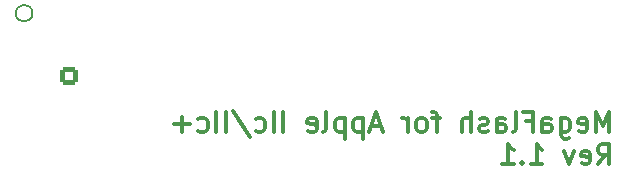
<source format=gbo>
G04 #@! TF.GenerationSoftware,KiCad,Pcbnew,9.0.3*
G04 #@! TF.CreationDate,2025-07-22T08:58:47+01:00*
G04 #@! TF.ProjectId,megaflash,6d656761-666c-4617-9368-2e6b69636164,rev?*
G04 #@! TF.SameCoordinates,Original*
G04 #@! TF.FileFunction,Legend,Bot*
G04 #@! TF.FilePolarity,Positive*
%FSLAX46Y46*%
G04 Gerber Fmt 4.6, Leading zero omitted, Abs format (unit mm)*
G04 Created by KiCad (PCBNEW 9.0.3) date 2025-07-22 08:58:47*
%MOMM*%
%LPD*%
G01*
G04 APERTURE LIST*
G04 Aperture macros list*
%AMRoundRect*
0 Rectangle with rounded corners*
0 $1 Rounding radius*
0 $2 $3 $4 $5 $6 $7 $8 $9 X,Y pos of 4 corners*
0 Add a 4 corners polygon primitive as box body*
4,1,4,$2,$3,$4,$5,$6,$7,$8,$9,$2,$3,0*
0 Add four circle primitives for the rounded corners*
1,1,$1+$1,$2,$3*
1,1,$1+$1,$4,$5*
1,1,$1+$1,$6,$7*
1,1,$1+$1,$8,$9*
0 Add four rect primitives between the rounded corners*
20,1,$1+$1,$2,$3,$4,$5,0*
20,1,$1+$1,$4,$5,$6,$7,0*
20,1,$1+$1,$6,$7,$8,$9,0*
20,1,$1+$1,$8,$9,$2,$3,0*%
G04 Aperture macros list end*
%ADD10C,0.150000*%
%ADD11C,0.300000*%
%ADD12RoundRect,0.250000X0.550000X0.550000X-0.550000X0.550000X-0.550000X-0.550000X0.550000X-0.550000X0*%
%ADD13C,1.600000*%
%ADD14RoundRect,0.249999X1.143249X0.371464X-0.371464X1.143249X-1.143249X-0.371464X0.371464X-1.143249X0*%
%ADD15C,2.200000*%
%ADD16RoundRect,0.250000X0.550000X-0.950000X0.550000X0.950000X-0.550000X0.950000X-0.550000X-0.950000X0*%
%ADD17O,1.600000X2.400000*%
%ADD18R,1.600000X1.600000*%
%ADD19O,1.800000X1.800000*%
%ADD20O,1.500000X1.500000*%
%ADD21R,1.700000X1.700000*%
%ADD22O,1.700000X1.700000*%
%ADD23C,2.700000*%
G04 APERTURE END LIST*
D10*
X70707107Y-96250000D02*
G75*
G02*
X69292893Y-96250000I-707107J0D01*
G01*
X69292893Y-96250000D02*
G75*
G02*
X70707107Y-96250000I707107J0D01*
G01*
D11*
X119547870Y-106294448D02*
X119547870Y-104594448D01*
X119547870Y-104594448D02*
X118981203Y-105808734D01*
X118981203Y-105808734D02*
X118414536Y-104594448D01*
X118414536Y-104594448D02*
X118414536Y-106294448D01*
X116957394Y-106213496D02*
X117119298Y-106294448D01*
X117119298Y-106294448D02*
X117443108Y-106294448D01*
X117443108Y-106294448D02*
X117605013Y-106213496D01*
X117605013Y-106213496D02*
X117685965Y-106051591D01*
X117685965Y-106051591D02*
X117685965Y-105403972D01*
X117685965Y-105403972D02*
X117605013Y-105242067D01*
X117605013Y-105242067D02*
X117443108Y-105161115D01*
X117443108Y-105161115D02*
X117119298Y-105161115D01*
X117119298Y-105161115D02*
X116957394Y-105242067D01*
X116957394Y-105242067D02*
X116876441Y-105403972D01*
X116876441Y-105403972D02*
X116876441Y-105565876D01*
X116876441Y-105565876D02*
X117685965Y-105727781D01*
X115419298Y-105161115D02*
X115419298Y-106537305D01*
X115419298Y-106537305D02*
X115500251Y-106699210D01*
X115500251Y-106699210D02*
X115581203Y-106780162D01*
X115581203Y-106780162D02*
X115743108Y-106861115D01*
X115743108Y-106861115D02*
X115985965Y-106861115D01*
X115985965Y-106861115D02*
X116147870Y-106780162D01*
X115419298Y-106213496D02*
X115581203Y-106294448D01*
X115581203Y-106294448D02*
X115905012Y-106294448D01*
X115905012Y-106294448D02*
X116066917Y-106213496D01*
X116066917Y-106213496D02*
X116147870Y-106132543D01*
X116147870Y-106132543D02*
X116228822Y-105970638D01*
X116228822Y-105970638D02*
X116228822Y-105484924D01*
X116228822Y-105484924D02*
X116147870Y-105323019D01*
X116147870Y-105323019D02*
X116066917Y-105242067D01*
X116066917Y-105242067D02*
X115905012Y-105161115D01*
X115905012Y-105161115D02*
X115581203Y-105161115D01*
X115581203Y-105161115D02*
X115419298Y-105242067D01*
X113881203Y-106294448D02*
X113881203Y-105403972D01*
X113881203Y-105403972D02*
X113962156Y-105242067D01*
X113962156Y-105242067D02*
X114124060Y-105161115D01*
X114124060Y-105161115D02*
X114447870Y-105161115D01*
X114447870Y-105161115D02*
X114609775Y-105242067D01*
X113881203Y-106213496D02*
X114043108Y-106294448D01*
X114043108Y-106294448D02*
X114447870Y-106294448D01*
X114447870Y-106294448D02*
X114609775Y-106213496D01*
X114609775Y-106213496D02*
X114690727Y-106051591D01*
X114690727Y-106051591D02*
X114690727Y-105889686D01*
X114690727Y-105889686D02*
X114609775Y-105727781D01*
X114609775Y-105727781D02*
X114447870Y-105646829D01*
X114447870Y-105646829D02*
X114043108Y-105646829D01*
X114043108Y-105646829D02*
X113881203Y-105565876D01*
X112505013Y-105403972D02*
X113071680Y-105403972D01*
X113071680Y-106294448D02*
X113071680Y-104594448D01*
X113071680Y-104594448D02*
X112262156Y-104594448D01*
X111371679Y-106294448D02*
X111533584Y-106213496D01*
X111533584Y-106213496D02*
X111614537Y-106051591D01*
X111614537Y-106051591D02*
X111614537Y-104594448D01*
X109995489Y-106294448D02*
X109995489Y-105403972D01*
X109995489Y-105403972D02*
X110076442Y-105242067D01*
X110076442Y-105242067D02*
X110238346Y-105161115D01*
X110238346Y-105161115D02*
X110562156Y-105161115D01*
X110562156Y-105161115D02*
X110724061Y-105242067D01*
X109995489Y-106213496D02*
X110157394Y-106294448D01*
X110157394Y-106294448D02*
X110562156Y-106294448D01*
X110562156Y-106294448D02*
X110724061Y-106213496D01*
X110724061Y-106213496D02*
X110805013Y-106051591D01*
X110805013Y-106051591D02*
X110805013Y-105889686D01*
X110805013Y-105889686D02*
X110724061Y-105727781D01*
X110724061Y-105727781D02*
X110562156Y-105646829D01*
X110562156Y-105646829D02*
X110157394Y-105646829D01*
X110157394Y-105646829D02*
X109995489Y-105565876D01*
X109266918Y-106213496D02*
X109105013Y-106294448D01*
X109105013Y-106294448D02*
X108781204Y-106294448D01*
X108781204Y-106294448D02*
X108619299Y-106213496D01*
X108619299Y-106213496D02*
X108538347Y-106051591D01*
X108538347Y-106051591D02*
X108538347Y-105970638D01*
X108538347Y-105970638D02*
X108619299Y-105808734D01*
X108619299Y-105808734D02*
X108781204Y-105727781D01*
X108781204Y-105727781D02*
X109024061Y-105727781D01*
X109024061Y-105727781D02*
X109185966Y-105646829D01*
X109185966Y-105646829D02*
X109266918Y-105484924D01*
X109266918Y-105484924D02*
X109266918Y-105403972D01*
X109266918Y-105403972D02*
X109185966Y-105242067D01*
X109185966Y-105242067D02*
X109024061Y-105161115D01*
X109024061Y-105161115D02*
X108781204Y-105161115D01*
X108781204Y-105161115D02*
X108619299Y-105242067D01*
X107809776Y-106294448D02*
X107809776Y-104594448D01*
X107081204Y-106294448D02*
X107081204Y-105403972D01*
X107081204Y-105403972D02*
X107162157Y-105242067D01*
X107162157Y-105242067D02*
X107324061Y-105161115D01*
X107324061Y-105161115D02*
X107566918Y-105161115D01*
X107566918Y-105161115D02*
X107728823Y-105242067D01*
X107728823Y-105242067D02*
X107809776Y-105323019D01*
X105219300Y-105161115D02*
X104571681Y-105161115D01*
X104976443Y-106294448D02*
X104976443Y-104837305D01*
X104976443Y-104837305D02*
X104895490Y-104675400D01*
X104895490Y-104675400D02*
X104733585Y-104594448D01*
X104733585Y-104594448D02*
X104571681Y-104594448D01*
X103762156Y-106294448D02*
X103924061Y-106213496D01*
X103924061Y-106213496D02*
X104005014Y-106132543D01*
X104005014Y-106132543D02*
X104085966Y-105970638D01*
X104085966Y-105970638D02*
X104085966Y-105484924D01*
X104085966Y-105484924D02*
X104005014Y-105323019D01*
X104005014Y-105323019D02*
X103924061Y-105242067D01*
X103924061Y-105242067D02*
X103762156Y-105161115D01*
X103762156Y-105161115D02*
X103519299Y-105161115D01*
X103519299Y-105161115D02*
X103357395Y-105242067D01*
X103357395Y-105242067D02*
X103276442Y-105323019D01*
X103276442Y-105323019D02*
X103195490Y-105484924D01*
X103195490Y-105484924D02*
X103195490Y-105970638D01*
X103195490Y-105970638D02*
X103276442Y-106132543D01*
X103276442Y-106132543D02*
X103357395Y-106213496D01*
X103357395Y-106213496D02*
X103519299Y-106294448D01*
X103519299Y-106294448D02*
X103762156Y-106294448D01*
X102466919Y-106294448D02*
X102466919Y-105161115D01*
X102466919Y-105484924D02*
X102385966Y-105323019D01*
X102385966Y-105323019D02*
X102305014Y-105242067D01*
X102305014Y-105242067D02*
X102143109Y-105161115D01*
X102143109Y-105161115D02*
X101981204Y-105161115D01*
X100200252Y-105808734D02*
X99390728Y-105808734D01*
X100362157Y-106294448D02*
X99795490Y-104594448D01*
X99795490Y-104594448D02*
X99228823Y-106294448D01*
X98662157Y-105161115D02*
X98662157Y-106861115D01*
X98662157Y-105242067D02*
X98500252Y-105161115D01*
X98500252Y-105161115D02*
X98176442Y-105161115D01*
X98176442Y-105161115D02*
X98014538Y-105242067D01*
X98014538Y-105242067D02*
X97933585Y-105323019D01*
X97933585Y-105323019D02*
X97852633Y-105484924D01*
X97852633Y-105484924D02*
X97852633Y-105970638D01*
X97852633Y-105970638D02*
X97933585Y-106132543D01*
X97933585Y-106132543D02*
X98014538Y-106213496D01*
X98014538Y-106213496D02*
X98176442Y-106294448D01*
X98176442Y-106294448D02*
X98500252Y-106294448D01*
X98500252Y-106294448D02*
X98662157Y-106213496D01*
X97124062Y-105161115D02*
X97124062Y-106861115D01*
X97124062Y-105242067D02*
X96962157Y-105161115D01*
X96962157Y-105161115D02*
X96638347Y-105161115D01*
X96638347Y-105161115D02*
X96476443Y-105242067D01*
X96476443Y-105242067D02*
X96395490Y-105323019D01*
X96395490Y-105323019D02*
X96314538Y-105484924D01*
X96314538Y-105484924D02*
X96314538Y-105970638D01*
X96314538Y-105970638D02*
X96395490Y-106132543D01*
X96395490Y-106132543D02*
X96476443Y-106213496D01*
X96476443Y-106213496D02*
X96638347Y-106294448D01*
X96638347Y-106294448D02*
X96962157Y-106294448D01*
X96962157Y-106294448D02*
X97124062Y-106213496D01*
X95343109Y-106294448D02*
X95505014Y-106213496D01*
X95505014Y-106213496D02*
X95585967Y-106051591D01*
X95585967Y-106051591D02*
X95585967Y-104594448D01*
X94047872Y-106213496D02*
X94209776Y-106294448D01*
X94209776Y-106294448D02*
X94533586Y-106294448D01*
X94533586Y-106294448D02*
X94695491Y-106213496D01*
X94695491Y-106213496D02*
X94776443Y-106051591D01*
X94776443Y-106051591D02*
X94776443Y-105403972D01*
X94776443Y-105403972D02*
X94695491Y-105242067D01*
X94695491Y-105242067D02*
X94533586Y-105161115D01*
X94533586Y-105161115D02*
X94209776Y-105161115D01*
X94209776Y-105161115D02*
X94047872Y-105242067D01*
X94047872Y-105242067D02*
X93966919Y-105403972D01*
X93966919Y-105403972D02*
X93966919Y-105565876D01*
X93966919Y-105565876D02*
X94776443Y-105727781D01*
X91943110Y-106294448D02*
X91943110Y-104594448D01*
X91133586Y-106294448D02*
X91133586Y-104594448D01*
X89595490Y-106213496D02*
X89757395Y-106294448D01*
X89757395Y-106294448D02*
X90081204Y-106294448D01*
X90081204Y-106294448D02*
X90243109Y-106213496D01*
X90243109Y-106213496D02*
X90324062Y-106132543D01*
X90324062Y-106132543D02*
X90405014Y-105970638D01*
X90405014Y-105970638D02*
X90405014Y-105484924D01*
X90405014Y-105484924D02*
X90324062Y-105323019D01*
X90324062Y-105323019D02*
X90243109Y-105242067D01*
X90243109Y-105242067D02*
X90081204Y-105161115D01*
X90081204Y-105161115D02*
X89757395Y-105161115D01*
X89757395Y-105161115D02*
X89595490Y-105242067D01*
X87652633Y-104513496D02*
X89109776Y-106699210D01*
X87085967Y-106294448D02*
X87085967Y-104594448D01*
X86276443Y-106294448D02*
X86276443Y-104594448D01*
X84738347Y-106213496D02*
X84900252Y-106294448D01*
X84900252Y-106294448D02*
X85224061Y-106294448D01*
X85224061Y-106294448D02*
X85385966Y-106213496D01*
X85385966Y-106213496D02*
X85466919Y-106132543D01*
X85466919Y-106132543D02*
X85547871Y-105970638D01*
X85547871Y-105970638D02*
X85547871Y-105484924D01*
X85547871Y-105484924D02*
X85466919Y-105323019D01*
X85466919Y-105323019D02*
X85385966Y-105242067D01*
X85385966Y-105242067D02*
X85224061Y-105161115D01*
X85224061Y-105161115D02*
X84900252Y-105161115D01*
X84900252Y-105161115D02*
X84738347Y-105242067D01*
X84009776Y-105646829D02*
X82714538Y-105646829D01*
X83362157Y-106294448D02*
X83362157Y-104999210D01*
X118576441Y-109031353D02*
X119143108Y-108221829D01*
X119547870Y-109031353D02*
X119547870Y-107331353D01*
X119547870Y-107331353D02*
X118900251Y-107331353D01*
X118900251Y-107331353D02*
X118738346Y-107412305D01*
X118738346Y-107412305D02*
X118657393Y-107493258D01*
X118657393Y-107493258D02*
X118576441Y-107655162D01*
X118576441Y-107655162D02*
X118576441Y-107898020D01*
X118576441Y-107898020D02*
X118657393Y-108059924D01*
X118657393Y-108059924D02*
X118738346Y-108140877D01*
X118738346Y-108140877D02*
X118900251Y-108221829D01*
X118900251Y-108221829D02*
X119547870Y-108221829D01*
X117200251Y-108950401D02*
X117362155Y-109031353D01*
X117362155Y-109031353D02*
X117685965Y-109031353D01*
X117685965Y-109031353D02*
X117847870Y-108950401D01*
X117847870Y-108950401D02*
X117928822Y-108788496D01*
X117928822Y-108788496D02*
X117928822Y-108140877D01*
X117928822Y-108140877D02*
X117847870Y-107978972D01*
X117847870Y-107978972D02*
X117685965Y-107898020D01*
X117685965Y-107898020D02*
X117362155Y-107898020D01*
X117362155Y-107898020D02*
X117200251Y-107978972D01*
X117200251Y-107978972D02*
X117119298Y-108140877D01*
X117119298Y-108140877D02*
X117119298Y-108302781D01*
X117119298Y-108302781D02*
X117928822Y-108464686D01*
X116552631Y-107898020D02*
X116147869Y-109031353D01*
X116147869Y-109031353D02*
X115743108Y-107898020D01*
X112909774Y-109031353D02*
X113881203Y-109031353D01*
X113395489Y-109031353D02*
X113395489Y-107331353D01*
X113395489Y-107331353D02*
X113557393Y-107574210D01*
X113557393Y-107574210D02*
X113719298Y-107736115D01*
X113719298Y-107736115D02*
X113881203Y-107817067D01*
X112181203Y-108869448D02*
X112100250Y-108950401D01*
X112100250Y-108950401D02*
X112181203Y-109031353D01*
X112181203Y-109031353D02*
X112262155Y-108950401D01*
X112262155Y-108950401D02*
X112181203Y-108869448D01*
X112181203Y-108869448D02*
X112181203Y-109031353D01*
X110481202Y-109031353D02*
X111452631Y-109031353D01*
X110966917Y-109031353D02*
X110966917Y-107331353D01*
X110966917Y-107331353D02*
X111128821Y-107574210D01*
X111128821Y-107574210D02*
X111290726Y-107736115D01*
X111290726Y-107736115D02*
X111452631Y-107817067D01*
%LPC*%
D12*
X73755000Y-101600000D03*
D13*
X71755000Y-101600000D03*
X165970000Y-89120000D03*
X155810000Y-89120000D03*
X165970000Y-111415000D03*
X155810000Y-111415000D03*
D14*
X88265000Y-58420000D03*
D15*
X79212374Y-53807457D03*
D16*
X97155000Y-71120000D03*
D17*
X99695000Y-71120000D03*
X102235000Y-71120000D03*
X104775000Y-71120000D03*
X107315000Y-71120000D03*
X109855000Y-71120000D03*
X112395000Y-71120000D03*
X114935000Y-71120000D03*
X117475000Y-71120000D03*
X120015000Y-71120000D03*
X120015000Y-63500000D03*
X117475000Y-63500000D03*
X114935000Y-63500000D03*
X112395000Y-63500000D03*
X109855000Y-63500000D03*
X107315000Y-63500000D03*
X104775000Y-63500000D03*
X102235000Y-63500000D03*
X99695000Y-63500000D03*
X97155000Y-63500000D03*
D13*
X92710000Y-88265000D03*
X92710000Y-93265000D03*
X90170000Y-102870000D03*
X90170000Y-107870000D03*
X159425000Y-92965000D03*
X164425000Y-92965000D03*
X159425000Y-61595000D03*
X164425000Y-61595000D03*
X112030000Y-95925000D03*
X112030000Y-100925000D03*
X112030000Y-79415000D03*
X112030000Y-84415000D03*
X89535000Y-64770000D03*
X89535000Y-69770000D03*
D18*
X121190000Y-88900000D03*
D13*
X121190000Y-91440000D03*
X121190000Y-93980000D03*
X121190000Y-96520000D03*
X121190000Y-99060000D03*
X121190000Y-101600000D03*
X121190000Y-104140000D03*
X121190000Y-106680000D03*
X121190000Y-109220000D03*
D18*
X87630000Y-76200000D03*
D13*
X87630000Y-78740000D03*
X87630000Y-81280000D03*
X87630000Y-83820000D03*
X87630000Y-86360000D03*
X87630000Y-88900000D03*
X87630000Y-91440000D03*
X87630000Y-93980000D03*
X87630000Y-96520000D03*
D18*
X81280000Y-90170000D03*
D13*
X81280000Y-92710000D03*
X81280000Y-95250000D03*
X81280000Y-97790000D03*
X81280000Y-100330000D03*
X81280000Y-102870000D03*
X81280000Y-105410000D03*
X81280000Y-107950000D03*
X81280000Y-110490000D03*
D19*
X143425000Y-112000000D03*
D20*
X143125000Y-108970000D03*
X138275000Y-108970000D03*
D19*
X137975000Y-112000000D03*
D21*
X71600000Y-93660000D03*
D22*
X74140000Y-93660000D03*
X71600000Y-91120000D03*
X74140000Y-91120000D03*
X71600000Y-88580000D03*
X74140000Y-88580000D03*
X71600000Y-86040000D03*
X74140000Y-86040000D03*
X71600000Y-83500000D03*
X74140000Y-83500000D03*
X71600000Y-80960000D03*
X74140000Y-80960000D03*
X71600000Y-78420000D03*
X74140000Y-78420000D03*
X71600000Y-75880000D03*
X74140000Y-75880000D03*
X71600000Y-73340000D03*
X74140000Y-73340000D03*
X71600000Y-70800000D03*
X74140000Y-70800000D03*
X71600000Y-68260000D03*
X74140000Y-68260000D03*
X71600000Y-65720000D03*
X74140000Y-65720000D03*
X71600000Y-63180000D03*
X74140000Y-63180000D03*
X71600000Y-60640000D03*
X74140000Y-60640000D03*
X71600000Y-58100000D03*
X74140000Y-58100000D03*
X71600000Y-55560000D03*
X74140000Y-55560000D03*
X71600000Y-53020000D03*
X74140000Y-53020000D03*
D23*
X162400000Y-82232500D03*
%LPD*%
M02*

</source>
